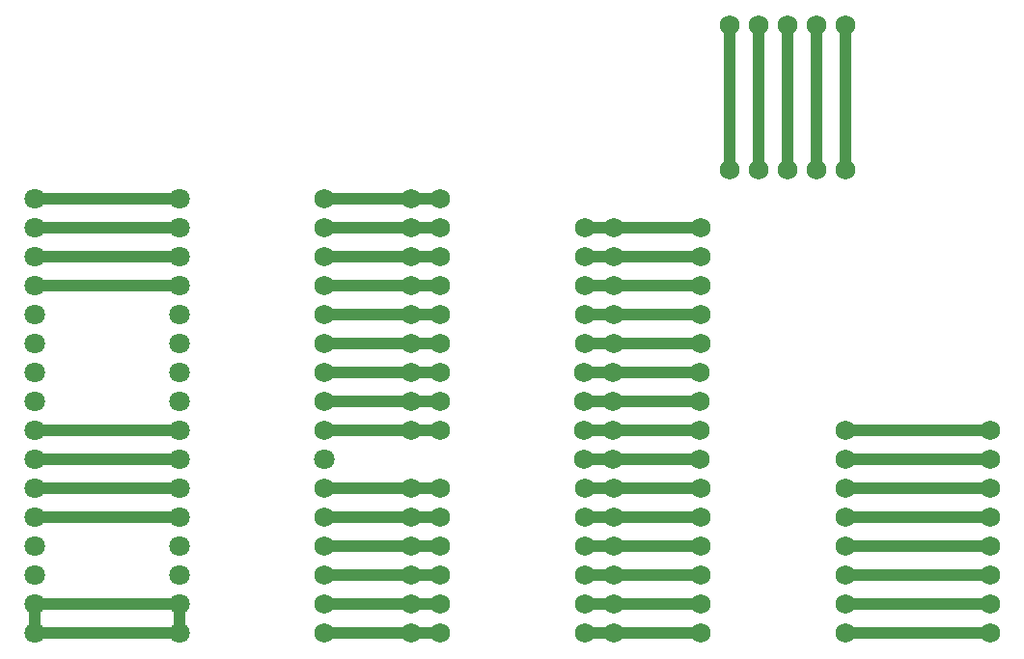
<source format=gbr>
G04 DesignSpark PCB Gerber Version 12.0 Build 5941*
G04 #@! TF.Part,Single*
G04 #@! TF.FileFunction,Copper,L2,Bot*
G04 #@! TF.FilePolarity,Positive*
%FSLAX35Y35*%
%MOIN*%
%ADD10C,0.03937*%
G04 #@! TA.AperFunction,WasherPad*
%ADD11C,0.06890*%
%ADD12C,0.07087*%
G04 #@! TD.AperFunction*
X0Y0D02*
D02*
D10*
X20250Y20250D02*
X70250D01*
X20250Y30250D02*
Y20250D01*
Y60250D02*
X70250D01*
X20250Y80250D02*
X70250D01*
X20250Y140250D02*
X70250D01*
X20250Y160250D02*
X70250D01*
Y30250D02*
X20250D01*
X70250D02*
Y20250D01*
Y70250D02*
X20250D01*
X70250Y90250D02*
X20250D01*
X70250Y150250D02*
X20250D01*
X70250Y170250D02*
X20250D01*
X120250Y20250D02*
X150250D01*
X120250Y40250D02*
X150250D01*
X120250Y70250D02*
X150250D01*
X120250Y100250D02*
X150250D01*
X120250Y120250D02*
X150250D01*
X120250Y140250D02*
X150250D01*
X120250Y160250D02*
X150250D01*
Y30250D02*
X120250D01*
X150250Y40250D02*
X160250D01*
X150250Y50250D02*
X120250D01*
X150250Y60250D02*
X120250D01*
X150250Y70250D02*
X160250D01*
X150250Y90250D02*
X120250D01*
X150250Y100250D02*
X160250D01*
X150250Y110250D02*
X120250D01*
X150250Y120250D02*
X160250D01*
X150250Y130250D02*
X120250D01*
X150250Y140250D02*
X160250D01*
X150250Y150250D02*
X120250D01*
X150250Y160250D02*
X160250D01*
X150250Y170250D02*
X120250D01*
X160250Y20250D02*
X150250D01*
X160250Y30250D02*
X150250D01*
X160250Y50250D02*
X150250D01*
X160250Y60250D02*
X150250D01*
X160250Y90250D02*
X150250D01*
X160250Y110250D02*
X150250D01*
X160250Y130250D02*
X150250D01*
X160250Y150250D02*
X150250D01*
X160250Y170250D02*
X150250D01*
X210015Y80250D02*
X220015D01*
X210015Y100250D02*
X220015D01*
X210250Y20250D02*
X220250D01*
X210250Y40250D02*
X220250D01*
X210250Y60250D02*
X220250D01*
X210250Y120250D02*
X220250D01*
X210250Y140250D02*
X220250D01*
X210250Y160250D02*
X220250D01*
X220015Y80250D02*
X250015D01*
X220015Y90250D02*
X210015D01*
X220015Y100250D02*
X250015D01*
X220015Y110250D02*
X210015D01*
X220250Y20250D02*
X250250D01*
X220250Y30250D02*
X210250D01*
X220250Y40250D02*
X250250D01*
X220250Y50250D02*
X210250D01*
X220250Y60250D02*
X250250D01*
X220250Y70250D02*
X210250D01*
X220250Y120250D02*
X250250D01*
X220250Y130250D02*
X210250D01*
X220250Y140250D02*
X250250D01*
X220250Y150250D02*
X210250D01*
X220250Y160250D02*
X250250D01*
X250015Y90250D02*
X220015D01*
X250015Y110250D02*
X220015D01*
X250250Y30250D02*
X220250D01*
X250250Y50250D02*
X220250D01*
X250250Y70250D02*
X220250D01*
X250250Y130250D02*
X220250D01*
X250250Y150250D02*
X220250D01*
X260250Y180250D02*
Y230250D01*
X270250D02*
Y180250D01*
X280250D02*
Y230250D01*
X290250D02*
Y180250D01*
X300250Y20250D02*
X350250D01*
X300250Y40250D02*
X350250D01*
X300250Y60250D02*
X350250D01*
X300250Y70250D02*
X350250D01*
X300250Y90250D02*
X350250D01*
X300250Y180250D02*
Y230250D01*
X350250Y30250D02*
X300250D01*
X350250Y50250D02*
X300250D01*
X350250Y80250D02*
X300250D01*
D02*
D11*
X120250Y20250D03*
Y30250D03*
Y40250D03*
Y50250D03*
Y60250D03*
Y70250D03*
Y90250D03*
Y100250D03*
Y110250D03*
Y120250D03*
Y130250D03*
Y140250D03*
Y150250D03*
Y160250D03*
Y170250D03*
X150250Y20250D03*
Y30250D03*
Y40250D03*
Y50250D03*
Y60250D03*
Y70250D03*
Y90250D03*
Y100250D03*
Y110250D03*
Y120250D03*
Y130250D03*
Y140250D03*
Y150250D03*
Y160250D03*
Y170250D03*
X160250Y20250D03*
Y30250D03*
Y40250D03*
Y50250D03*
Y60250D03*
Y70250D03*
Y90250D03*
Y100250D03*
Y110250D03*
Y120250D03*
Y130250D03*
Y140250D03*
Y150250D03*
Y160250D03*
Y170250D03*
X210015Y80250D03*
Y90250D03*
Y100250D03*
Y110250D03*
X210250Y20250D03*
Y30250D03*
Y40250D03*
Y50250D03*
Y60250D03*
Y70250D03*
Y120250D03*
Y130250D03*
Y140250D03*
Y150250D03*
Y160250D03*
X220015Y80250D03*
Y90250D03*
Y100250D03*
Y110250D03*
X220250Y20250D03*
Y30250D03*
Y40250D03*
Y50250D03*
Y60250D03*
Y70250D03*
Y120250D03*
Y130250D03*
Y140250D03*
Y150250D03*
Y160250D03*
X250015Y80250D03*
Y90250D03*
Y100250D03*
Y110250D03*
X250250Y20250D03*
Y30250D03*
Y40250D03*
Y50250D03*
Y60250D03*
Y70250D03*
Y120250D03*
Y130250D03*
Y140250D03*
Y150250D03*
Y160250D03*
X260250Y180250D03*
Y230250D03*
X270250Y180250D03*
Y230250D03*
X280250Y180250D03*
Y230250D03*
X290250Y180250D03*
Y230250D03*
X300250Y20250D03*
Y30250D03*
Y40250D03*
Y50250D03*
Y60250D03*
Y70250D03*
Y80250D03*
Y90250D03*
Y180250D03*
Y230250D03*
X350250Y20250D03*
Y30250D03*
Y40250D03*
Y50250D03*
Y60250D03*
Y70250D03*
Y80250D03*
Y90250D03*
D02*
D12*
X20250Y20250D03*
Y30250D03*
Y40250D03*
Y50250D03*
Y60250D03*
Y70250D03*
Y80250D03*
Y90250D03*
Y100250D03*
Y110250D03*
Y120250D03*
Y130250D03*
Y140250D03*
Y150250D03*
Y160250D03*
Y170250D03*
X70250Y20250D03*
Y30250D03*
Y40250D03*
Y50250D03*
Y60250D03*
Y70250D03*
Y80250D03*
Y90250D03*
Y100250D03*
Y110250D03*
Y120250D03*
Y130250D03*
Y140250D03*
Y150250D03*
Y160250D03*
Y170250D03*
X120250Y80250D03*
X0Y0D02*
M02*

</source>
